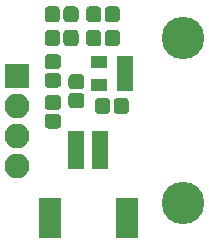
<source format=gbr>
G04 #@! TF.GenerationSoftware,KiCad,Pcbnew,(5.0.0-3-g5ebb6b6)*
G04 #@! TF.CreationDate,2020-02-18T17:20:26-05:00*
G04 #@! TF.ProjectId,Project,50726F6A6563742E6B696361645F7063,rev?*
G04 #@! TF.SameCoordinates,Original*
G04 #@! TF.FileFunction,Soldermask,Top*
G04 #@! TF.FilePolarity,Negative*
%FSLAX46Y46*%
G04 Gerber Fmt 4.6, Leading zero omitted, Abs format (unit mm)*
G04 Created by KiCad (PCBNEW (5.0.0-3-g5ebb6b6)) date Tuesday, February 18, 2020 at 05:20:26 PM*
%MOMM*%
%LPD*%
G01*
G04 APERTURE LIST*
%ADD10R,1.900000X3.400000*%
%ADD11R,1.400000X3.200000*%
%ADD12C,0.100000*%
%ADD13C,1.275000*%
%ADD14R,1.460000X1.050000*%
%ADD15R,2.100000X2.100000*%
%ADD16O,2.100000X2.100000*%
%ADD17C,3.600000*%
G04 APERTURE END LIST*
D10*
G04 #@! TO.C,JSTPH1*
X109250000Y-113250000D03*
X102750000Y-113250000D03*
D11*
X107000000Y-107500000D03*
X105000000Y-107500000D03*
G04 #@! TD*
D12*
G04 #@! TO.C,C1*
G36*
X103387493Y-100939035D02*
X103418435Y-100943625D01*
X103448778Y-100951225D01*
X103478230Y-100961763D01*
X103506508Y-100975138D01*
X103533338Y-100991219D01*
X103558463Y-101009853D01*
X103581640Y-101030860D01*
X103602647Y-101054037D01*
X103621281Y-101079162D01*
X103637362Y-101105992D01*
X103650737Y-101134270D01*
X103661275Y-101163722D01*
X103668875Y-101194065D01*
X103673465Y-101225007D01*
X103675000Y-101256250D01*
X103675000Y-101893750D01*
X103673465Y-101924993D01*
X103668875Y-101955935D01*
X103661275Y-101986278D01*
X103650737Y-102015730D01*
X103637362Y-102044008D01*
X103621281Y-102070838D01*
X103602647Y-102095963D01*
X103581640Y-102119140D01*
X103558463Y-102140147D01*
X103533338Y-102158781D01*
X103506508Y-102174862D01*
X103478230Y-102188237D01*
X103448778Y-102198775D01*
X103418435Y-102206375D01*
X103387493Y-102210965D01*
X103356250Y-102212500D01*
X102643750Y-102212500D01*
X102612507Y-102210965D01*
X102581565Y-102206375D01*
X102551222Y-102198775D01*
X102521770Y-102188237D01*
X102493492Y-102174862D01*
X102466662Y-102158781D01*
X102441537Y-102140147D01*
X102418360Y-102119140D01*
X102397353Y-102095963D01*
X102378719Y-102070838D01*
X102362638Y-102044008D01*
X102349263Y-102015730D01*
X102338725Y-101986278D01*
X102331125Y-101955935D01*
X102326535Y-101924993D01*
X102325000Y-101893750D01*
X102325000Y-101256250D01*
X102326535Y-101225007D01*
X102331125Y-101194065D01*
X102338725Y-101163722D01*
X102349263Y-101134270D01*
X102362638Y-101105992D01*
X102378719Y-101079162D01*
X102397353Y-101054037D01*
X102418360Y-101030860D01*
X102441537Y-101009853D01*
X102466662Y-100991219D01*
X102493492Y-100975138D01*
X102521770Y-100961763D01*
X102551222Y-100951225D01*
X102581565Y-100943625D01*
X102612507Y-100939035D01*
X102643750Y-100937500D01*
X103356250Y-100937500D01*
X103387493Y-100939035D01*
X103387493Y-100939035D01*
G37*
D13*
X103000000Y-101575000D03*
D12*
G36*
X103387493Y-99364035D02*
X103418435Y-99368625D01*
X103448778Y-99376225D01*
X103478230Y-99386763D01*
X103506508Y-99400138D01*
X103533338Y-99416219D01*
X103558463Y-99434853D01*
X103581640Y-99455860D01*
X103602647Y-99479037D01*
X103621281Y-99504162D01*
X103637362Y-99530992D01*
X103650737Y-99559270D01*
X103661275Y-99588722D01*
X103668875Y-99619065D01*
X103673465Y-99650007D01*
X103675000Y-99681250D01*
X103675000Y-100318750D01*
X103673465Y-100349993D01*
X103668875Y-100380935D01*
X103661275Y-100411278D01*
X103650737Y-100440730D01*
X103637362Y-100469008D01*
X103621281Y-100495838D01*
X103602647Y-100520963D01*
X103581640Y-100544140D01*
X103558463Y-100565147D01*
X103533338Y-100583781D01*
X103506508Y-100599862D01*
X103478230Y-100613237D01*
X103448778Y-100623775D01*
X103418435Y-100631375D01*
X103387493Y-100635965D01*
X103356250Y-100637500D01*
X102643750Y-100637500D01*
X102612507Y-100635965D01*
X102581565Y-100631375D01*
X102551222Y-100623775D01*
X102521770Y-100613237D01*
X102493492Y-100599862D01*
X102466662Y-100583781D01*
X102441537Y-100565147D01*
X102418360Y-100544140D01*
X102397353Y-100520963D01*
X102378719Y-100495838D01*
X102362638Y-100469008D01*
X102349263Y-100440730D01*
X102338725Y-100411278D01*
X102331125Y-100380935D01*
X102326535Y-100349993D01*
X102325000Y-100318750D01*
X102325000Y-99681250D01*
X102326535Y-99650007D01*
X102331125Y-99619065D01*
X102338725Y-99588722D01*
X102349263Y-99559270D01*
X102362638Y-99530992D01*
X102378719Y-99504162D01*
X102397353Y-99479037D01*
X102418360Y-99455860D01*
X102441537Y-99434853D01*
X102466662Y-99416219D01*
X102493492Y-99400138D01*
X102521770Y-99386763D01*
X102551222Y-99376225D01*
X102581565Y-99368625D01*
X102612507Y-99364035D01*
X102643750Y-99362500D01*
X103356250Y-99362500D01*
X103387493Y-99364035D01*
X103387493Y-99364035D01*
G37*
D13*
X103000000Y-100000000D03*
G04 #@! TD*
D12*
G04 #@! TO.C,C2*
G36*
X103387493Y-102826535D02*
X103418435Y-102831125D01*
X103448778Y-102838725D01*
X103478230Y-102849263D01*
X103506508Y-102862638D01*
X103533338Y-102878719D01*
X103558463Y-102897353D01*
X103581640Y-102918360D01*
X103602647Y-102941537D01*
X103621281Y-102966662D01*
X103637362Y-102993492D01*
X103650737Y-103021770D01*
X103661275Y-103051222D01*
X103668875Y-103081565D01*
X103673465Y-103112507D01*
X103675000Y-103143750D01*
X103675000Y-103781250D01*
X103673465Y-103812493D01*
X103668875Y-103843435D01*
X103661275Y-103873778D01*
X103650737Y-103903230D01*
X103637362Y-103931508D01*
X103621281Y-103958338D01*
X103602647Y-103983463D01*
X103581640Y-104006640D01*
X103558463Y-104027647D01*
X103533338Y-104046281D01*
X103506508Y-104062362D01*
X103478230Y-104075737D01*
X103448778Y-104086275D01*
X103418435Y-104093875D01*
X103387493Y-104098465D01*
X103356250Y-104100000D01*
X102643750Y-104100000D01*
X102612507Y-104098465D01*
X102581565Y-104093875D01*
X102551222Y-104086275D01*
X102521770Y-104075737D01*
X102493492Y-104062362D01*
X102466662Y-104046281D01*
X102441537Y-104027647D01*
X102418360Y-104006640D01*
X102397353Y-103983463D01*
X102378719Y-103958338D01*
X102362638Y-103931508D01*
X102349263Y-103903230D01*
X102338725Y-103873778D01*
X102331125Y-103843435D01*
X102326535Y-103812493D01*
X102325000Y-103781250D01*
X102325000Y-103143750D01*
X102326535Y-103112507D01*
X102331125Y-103081565D01*
X102338725Y-103051222D01*
X102349263Y-103021770D01*
X102362638Y-102993492D01*
X102378719Y-102966662D01*
X102397353Y-102941537D01*
X102418360Y-102918360D01*
X102441537Y-102897353D01*
X102466662Y-102878719D01*
X102493492Y-102862638D01*
X102521770Y-102849263D01*
X102551222Y-102838725D01*
X102581565Y-102831125D01*
X102612507Y-102826535D01*
X102643750Y-102825000D01*
X103356250Y-102825000D01*
X103387493Y-102826535D01*
X103387493Y-102826535D01*
G37*
D13*
X103000000Y-103462500D03*
D12*
G36*
X103387493Y-104401535D02*
X103418435Y-104406125D01*
X103448778Y-104413725D01*
X103478230Y-104424263D01*
X103506508Y-104437638D01*
X103533338Y-104453719D01*
X103558463Y-104472353D01*
X103581640Y-104493360D01*
X103602647Y-104516537D01*
X103621281Y-104541662D01*
X103637362Y-104568492D01*
X103650737Y-104596770D01*
X103661275Y-104626222D01*
X103668875Y-104656565D01*
X103673465Y-104687507D01*
X103675000Y-104718750D01*
X103675000Y-105356250D01*
X103673465Y-105387493D01*
X103668875Y-105418435D01*
X103661275Y-105448778D01*
X103650737Y-105478230D01*
X103637362Y-105506508D01*
X103621281Y-105533338D01*
X103602647Y-105558463D01*
X103581640Y-105581640D01*
X103558463Y-105602647D01*
X103533338Y-105621281D01*
X103506508Y-105637362D01*
X103478230Y-105650737D01*
X103448778Y-105661275D01*
X103418435Y-105668875D01*
X103387493Y-105673465D01*
X103356250Y-105675000D01*
X102643750Y-105675000D01*
X102612507Y-105673465D01*
X102581565Y-105668875D01*
X102551222Y-105661275D01*
X102521770Y-105650737D01*
X102493492Y-105637362D01*
X102466662Y-105621281D01*
X102441537Y-105602647D01*
X102418360Y-105581640D01*
X102397353Y-105558463D01*
X102378719Y-105533338D01*
X102362638Y-105506508D01*
X102349263Y-105478230D01*
X102338725Y-105448778D01*
X102331125Y-105418435D01*
X102326535Y-105387493D01*
X102325000Y-105356250D01*
X102325000Y-104718750D01*
X102326535Y-104687507D01*
X102331125Y-104656565D01*
X102338725Y-104626222D01*
X102349263Y-104596770D01*
X102362638Y-104568492D01*
X102378719Y-104541662D01*
X102397353Y-104516537D01*
X102418360Y-104493360D01*
X102441537Y-104472353D01*
X102466662Y-104453719D01*
X102493492Y-104437638D01*
X102521770Y-104424263D01*
X102551222Y-104413725D01*
X102581565Y-104406125D01*
X102612507Y-104401535D01*
X102643750Y-104400000D01*
X103356250Y-104400000D01*
X103387493Y-104401535D01*
X103387493Y-104401535D01*
G37*
D13*
X103000000Y-105037500D03*
G04 #@! TD*
D14*
G04 #@! TO.C,CGU1*
X109100000Y-101950000D03*
X109100000Y-101000000D03*
X109100000Y-100050000D03*
X106900000Y-100050000D03*
X106900000Y-101950000D03*
G04 #@! TD*
D12*
G04 #@! TO.C,D2*
G36*
X103312493Y-97326535D02*
X103343435Y-97331125D01*
X103373778Y-97338725D01*
X103403230Y-97349263D01*
X103431508Y-97362638D01*
X103458338Y-97378719D01*
X103483463Y-97397353D01*
X103506640Y-97418360D01*
X103527647Y-97441537D01*
X103546281Y-97466662D01*
X103562362Y-97493492D01*
X103575737Y-97521770D01*
X103586275Y-97551222D01*
X103593875Y-97581565D01*
X103598465Y-97612507D01*
X103600000Y-97643750D01*
X103600000Y-98356250D01*
X103598465Y-98387493D01*
X103593875Y-98418435D01*
X103586275Y-98448778D01*
X103575737Y-98478230D01*
X103562362Y-98506508D01*
X103546281Y-98533338D01*
X103527647Y-98558463D01*
X103506640Y-98581640D01*
X103483463Y-98602647D01*
X103458338Y-98621281D01*
X103431508Y-98637362D01*
X103403230Y-98650737D01*
X103373778Y-98661275D01*
X103343435Y-98668875D01*
X103312493Y-98673465D01*
X103281250Y-98675000D01*
X102643750Y-98675000D01*
X102612507Y-98673465D01*
X102581565Y-98668875D01*
X102551222Y-98661275D01*
X102521770Y-98650737D01*
X102493492Y-98637362D01*
X102466662Y-98621281D01*
X102441537Y-98602647D01*
X102418360Y-98581640D01*
X102397353Y-98558463D01*
X102378719Y-98533338D01*
X102362638Y-98506508D01*
X102349263Y-98478230D01*
X102338725Y-98448778D01*
X102331125Y-98418435D01*
X102326535Y-98387493D01*
X102325000Y-98356250D01*
X102325000Y-97643750D01*
X102326535Y-97612507D01*
X102331125Y-97581565D01*
X102338725Y-97551222D01*
X102349263Y-97521770D01*
X102362638Y-97493492D01*
X102378719Y-97466662D01*
X102397353Y-97441537D01*
X102418360Y-97418360D01*
X102441537Y-97397353D01*
X102466662Y-97378719D01*
X102493492Y-97362638D01*
X102521770Y-97349263D01*
X102551222Y-97338725D01*
X102581565Y-97331125D01*
X102612507Y-97326535D01*
X102643750Y-97325000D01*
X103281250Y-97325000D01*
X103312493Y-97326535D01*
X103312493Y-97326535D01*
G37*
D13*
X102962500Y-98000000D03*
D12*
G36*
X104887493Y-97326535D02*
X104918435Y-97331125D01*
X104948778Y-97338725D01*
X104978230Y-97349263D01*
X105006508Y-97362638D01*
X105033338Y-97378719D01*
X105058463Y-97397353D01*
X105081640Y-97418360D01*
X105102647Y-97441537D01*
X105121281Y-97466662D01*
X105137362Y-97493492D01*
X105150737Y-97521770D01*
X105161275Y-97551222D01*
X105168875Y-97581565D01*
X105173465Y-97612507D01*
X105175000Y-97643750D01*
X105175000Y-98356250D01*
X105173465Y-98387493D01*
X105168875Y-98418435D01*
X105161275Y-98448778D01*
X105150737Y-98478230D01*
X105137362Y-98506508D01*
X105121281Y-98533338D01*
X105102647Y-98558463D01*
X105081640Y-98581640D01*
X105058463Y-98602647D01*
X105033338Y-98621281D01*
X105006508Y-98637362D01*
X104978230Y-98650737D01*
X104948778Y-98661275D01*
X104918435Y-98668875D01*
X104887493Y-98673465D01*
X104856250Y-98675000D01*
X104218750Y-98675000D01*
X104187507Y-98673465D01*
X104156565Y-98668875D01*
X104126222Y-98661275D01*
X104096770Y-98650737D01*
X104068492Y-98637362D01*
X104041662Y-98621281D01*
X104016537Y-98602647D01*
X103993360Y-98581640D01*
X103972353Y-98558463D01*
X103953719Y-98533338D01*
X103937638Y-98506508D01*
X103924263Y-98478230D01*
X103913725Y-98448778D01*
X103906125Y-98418435D01*
X103901535Y-98387493D01*
X103900000Y-98356250D01*
X103900000Y-97643750D01*
X103901535Y-97612507D01*
X103906125Y-97581565D01*
X103913725Y-97551222D01*
X103924263Y-97521770D01*
X103937638Y-97493492D01*
X103953719Y-97466662D01*
X103972353Y-97441537D01*
X103993360Y-97418360D01*
X104016537Y-97397353D01*
X104041662Y-97378719D01*
X104068492Y-97362638D01*
X104096770Y-97349263D01*
X104126222Y-97338725D01*
X104156565Y-97331125D01*
X104187507Y-97326535D01*
X104218750Y-97325000D01*
X104856250Y-97325000D01*
X104887493Y-97326535D01*
X104887493Y-97326535D01*
G37*
D13*
X104537500Y-98000000D03*
G04 #@! TD*
D15*
G04 #@! TO.C,J1*
X100000000Y-101250000D03*
D16*
X100000000Y-103790000D03*
X100000000Y-106330000D03*
X100000000Y-108870000D03*
G04 #@! TD*
D12*
G04 #@! TO.C,R2*
G36*
X108387493Y-97326535D02*
X108418435Y-97331125D01*
X108448778Y-97338725D01*
X108478230Y-97349263D01*
X108506508Y-97362638D01*
X108533338Y-97378719D01*
X108558463Y-97397353D01*
X108581640Y-97418360D01*
X108602647Y-97441537D01*
X108621281Y-97466662D01*
X108637362Y-97493492D01*
X108650737Y-97521770D01*
X108661275Y-97551222D01*
X108668875Y-97581565D01*
X108673465Y-97612507D01*
X108675000Y-97643750D01*
X108675000Y-98356250D01*
X108673465Y-98387493D01*
X108668875Y-98418435D01*
X108661275Y-98448778D01*
X108650737Y-98478230D01*
X108637362Y-98506508D01*
X108621281Y-98533338D01*
X108602647Y-98558463D01*
X108581640Y-98581640D01*
X108558463Y-98602647D01*
X108533338Y-98621281D01*
X108506508Y-98637362D01*
X108478230Y-98650737D01*
X108448778Y-98661275D01*
X108418435Y-98668875D01*
X108387493Y-98673465D01*
X108356250Y-98675000D01*
X107718750Y-98675000D01*
X107687507Y-98673465D01*
X107656565Y-98668875D01*
X107626222Y-98661275D01*
X107596770Y-98650737D01*
X107568492Y-98637362D01*
X107541662Y-98621281D01*
X107516537Y-98602647D01*
X107493360Y-98581640D01*
X107472353Y-98558463D01*
X107453719Y-98533338D01*
X107437638Y-98506508D01*
X107424263Y-98478230D01*
X107413725Y-98448778D01*
X107406125Y-98418435D01*
X107401535Y-98387493D01*
X107400000Y-98356250D01*
X107400000Y-97643750D01*
X107401535Y-97612507D01*
X107406125Y-97581565D01*
X107413725Y-97551222D01*
X107424263Y-97521770D01*
X107437638Y-97493492D01*
X107453719Y-97466662D01*
X107472353Y-97441537D01*
X107493360Y-97418360D01*
X107516537Y-97397353D01*
X107541662Y-97378719D01*
X107568492Y-97362638D01*
X107596770Y-97349263D01*
X107626222Y-97338725D01*
X107656565Y-97331125D01*
X107687507Y-97326535D01*
X107718750Y-97325000D01*
X108356250Y-97325000D01*
X108387493Y-97326535D01*
X108387493Y-97326535D01*
G37*
D13*
X108037500Y-98000000D03*
D12*
G36*
X106812493Y-97326535D02*
X106843435Y-97331125D01*
X106873778Y-97338725D01*
X106903230Y-97349263D01*
X106931508Y-97362638D01*
X106958338Y-97378719D01*
X106983463Y-97397353D01*
X107006640Y-97418360D01*
X107027647Y-97441537D01*
X107046281Y-97466662D01*
X107062362Y-97493492D01*
X107075737Y-97521770D01*
X107086275Y-97551222D01*
X107093875Y-97581565D01*
X107098465Y-97612507D01*
X107100000Y-97643750D01*
X107100000Y-98356250D01*
X107098465Y-98387493D01*
X107093875Y-98418435D01*
X107086275Y-98448778D01*
X107075737Y-98478230D01*
X107062362Y-98506508D01*
X107046281Y-98533338D01*
X107027647Y-98558463D01*
X107006640Y-98581640D01*
X106983463Y-98602647D01*
X106958338Y-98621281D01*
X106931508Y-98637362D01*
X106903230Y-98650737D01*
X106873778Y-98661275D01*
X106843435Y-98668875D01*
X106812493Y-98673465D01*
X106781250Y-98675000D01*
X106143750Y-98675000D01*
X106112507Y-98673465D01*
X106081565Y-98668875D01*
X106051222Y-98661275D01*
X106021770Y-98650737D01*
X105993492Y-98637362D01*
X105966662Y-98621281D01*
X105941537Y-98602647D01*
X105918360Y-98581640D01*
X105897353Y-98558463D01*
X105878719Y-98533338D01*
X105862638Y-98506508D01*
X105849263Y-98478230D01*
X105838725Y-98448778D01*
X105831125Y-98418435D01*
X105826535Y-98387493D01*
X105825000Y-98356250D01*
X105825000Y-97643750D01*
X105826535Y-97612507D01*
X105831125Y-97581565D01*
X105838725Y-97551222D01*
X105849263Y-97521770D01*
X105862638Y-97493492D01*
X105878719Y-97466662D01*
X105897353Y-97441537D01*
X105918360Y-97418360D01*
X105941537Y-97397353D01*
X105966662Y-97378719D01*
X105993492Y-97362638D01*
X106021770Y-97349263D01*
X106051222Y-97338725D01*
X106081565Y-97331125D01*
X106112507Y-97326535D01*
X106143750Y-97325000D01*
X106781250Y-97325000D01*
X106812493Y-97326535D01*
X106812493Y-97326535D01*
G37*
D13*
X106462500Y-98000000D03*
G04 #@! TD*
D12*
G04 #@! TO.C,R3*
G36*
X106812493Y-95326535D02*
X106843435Y-95331125D01*
X106873778Y-95338725D01*
X106903230Y-95349263D01*
X106931508Y-95362638D01*
X106958338Y-95378719D01*
X106983463Y-95397353D01*
X107006640Y-95418360D01*
X107027647Y-95441537D01*
X107046281Y-95466662D01*
X107062362Y-95493492D01*
X107075737Y-95521770D01*
X107086275Y-95551222D01*
X107093875Y-95581565D01*
X107098465Y-95612507D01*
X107100000Y-95643750D01*
X107100000Y-96356250D01*
X107098465Y-96387493D01*
X107093875Y-96418435D01*
X107086275Y-96448778D01*
X107075737Y-96478230D01*
X107062362Y-96506508D01*
X107046281Y-96533338D01*
X107027647Y-96558463D01*
X107006640Y-96581640D01*
X106983463Y-96602647D01*
X106958338Y-96621281D01*
X106931508Y-96637362D01*
X106903230Y-96650737D01*
X106873778Y-96661275D01*
X106843435Y-96668875D01*
X106812493Y-96673465D01*
X106781250Y-96675000D01*
X106143750Y-96675000D01*
X106112507Y-96673465D01*
X106081565Y-96668875D01*
X106051222Y-96661275D01*
X106021770Y-96650737D01*
X105993492Y-96637362D01*
X105966662Y-96621281D01*
X105941537Y-96602647D01*
X105918360Y-96581640D01*
X105897353Y-96558463D01*
X105878719Y-96533338D01*
X105862638Y-96506508D01*
X105849263Y-96478230D01*
X105838725Y-96448778D01*
X105831125Y-96418435D01*
X105826535Y-96387493D01*
X105825000Y-96356250D01*
X105825000Y-95643750D01*
X105826535Y-95612507D01*
X105831125Y-95581565D01*
X105838725Y-95551222D01*
X105849263Y-95521770D01*
X105862638Y-95493492D01*
X105878719Y-95466662D01*
X105897353Y-95441537D01*
X105918360Y-95418360D01*
X105941537Y-95397353D01*
X105966662Y-95378719D01*
X105993492Y-95362638D01*
X106021770Y-95349263D01*
X106051222Y-95338725D01*
X106081565Y-95331125D01*
X106112507Y-95326535D01*
X106143750Y-95325000D01*
X106781250Y-95325000D01*
X106812493Y-95326535D01*
X106812493Y-95326535D01*
G37*
D13*
X106462500Y-96000000D03*
D12*
G36*
X108387493Y-95326535D02*
X108418435Y-95331125D01*
X108448778Y-95338725D01*
X108478230Y-95349263D01*
X108506508Y-95362638D01*
X108533338Y-95378719D01*
X108558463Y-95397353D01*
X108581640Y-95418360D01*
X108602647Y-95441537D01*
X108621281Y-95466662D01*
X108637362Y-95493492D01*
X108650737Y-95521770D01*
X108661275Y-95551222D01*
X108668875Y-95581565D01*
X108673465Y-95612507D01*
X108675000Y-95643750D01*
X108675000Y-96356250D01*
X108673465Y-96387493D01*
X108668875Y-96418435D01*
X108661275Y-96448778D01*
X108650737Y-96478230D01*
X108637362Y-96506508D01*
X108621281Y-96533338D01*
X108602647Y-96558463D01*
X108581640Y-96581640D01*
X108558463Y-96602647D01*
X108533338Y-96621281D01*
X108506508Y-96637362D01*
X108478230Y-96650737D01*
X108448778Y-96661275D01*
X108418435Y-96668875D01*
X108387493Y-96673465D01*
X108356250Y-96675000D01*
X107718750Y-96675000D01*
X107687507Y-96673465D01*
X107656565Y-96668875D01*
X107626222Y-96661275D01*
X107596770Y-96650737D01*
X107568492Y-96637362D01*
X107541662Y-96621281D01*
X107516537Y-96602647D01*
X107493360Y-96581640D01*
X107472353Y-96558463D01*
X107453719Y-96533338D01*
X107437638Y-96506508D01*
X107424263Y-96478230D01*
X107413725Y-96448778D01*
X107406125Y-96418435D01*
X107401535Y-96387493D01*
X107400000Y-96356250D01*
X107400000Y-95643750D01*
X107401535Y-95612507D01*
X107406125Y-95581565D01*
X107413725Y-95551222D01*
X107424263Y-95521770D01*
X107437638Y-95493492D01*
X107453719Y-95466662D01*
X107472353Y-95441537D01*
X107493360Y-95418360D01*
X107516537Y-95397353D01*
X107541662Y-95378719D01*
X107568492Y-95362638D01*
X107596770Y-95349263D01*
X107626222Y-95338725D01*
X107656565Y-95331125D01*
X107687507Y-95326535D01*
X107718750Y-95325000D01*
X108356250Y-95325000D01*
X108387493Y-95326535D01*
X108387493Y-95326535D01*
G37*
D13*
X108037500Y-96000000D03*
G04 #@! TD*
D12*
G04 #@! TO.C,RREF1*
G36*
X109137493Y-103076535D02*
X109168435Y-103081125D01*
X109198778Y-103088725D01*
X109228230Y-103099263D01*
X109256508Y-103112638D01*
X109283338Y-103128719D01*
X109308463Y-103147353D01*
X109331640Y-103168360D01*
X109352647Y-103191537D01*
X109371281Y-103216662D01*
X109387362Y-103243492D01*
X109400737Y-103271770D01*
X109411275Y-103301222D01*
X109418875Y-103331565D01*
X109423465Y-103362507D01*
X109425000Y-103393750D01*
X109425000Y-104106250D01*
X109423465Y-104137493D01*
X109418875Y-104168435D01*
X109411275Y-104198778D01*
X109400737Y-104228230D01*
X109387362Y-104256508D01*
X109371281Y-104283338D01*
X109352647Y-104308463D01*
X109331640Y-104331640D01*
X109308463Y-104352647D01*
X109283338Y-104371281D01*
X109256508Y-104387362D01*
X109228230Y-104400737D01*
X109198778Y-104411275D01*
X109168435Y-104418875D01*
X109137493Y-104423465D01*
X109106250Y-104425000D01*
X108468750Y-104425000D01*
X108437507Y-104423465D01*
X108406565Y-104418875D01*
X108376222Y-104411275D01*
X108346770Y-104400737D01*
X108318492Y-104387362D01*
X108291662Y-104371281D01*
X108266537Y-104352647D01*
X108243360Y-104331640D01*
X108222353Y-104308463D01*
X108203719Y-104283338D01*
X108187638Y-104256508D01*
X108174263Y-104228230D01*
X108163725Y-104198778D01*
X108156125Y-104168435D01*
X108151535Y-104137493D01*
X108150000Y-104106250D01*
X108150000Y-103393750D01*
X108151535Y-103362507D01*
X108156125Y-103331565D01*
X108163725Y-103301222D01*
X108174263Y-103271770D01*
X108187638Y-103243492D01*
X108203719Y-103216662D01*
X108222353Y-103191537D01*
X108243360Y-103168360D01*
X108266537Y-103147353D01*
X108291662Y-103128719D01*
X108318492Y-103112638D01*
X108346770Y-103099263D01*
X108376222Y-103088725D01*
X108406565Y-103081125D01*
X108437507Y-103076535D01*
X108468750Y-103075000D01*
X109106250Y-103075000D01*
X109137493Y-103076535D01*
X109137493Y-103076535D01*
G37*
D13*
X108787500Y-103750000D03*
D12*
G36*
X107562493Y-103076535D02*
X107593435Y-103081125D01*
X107623778Y-103088725D01*
X107653230Y-103099263D01*
X107681508Y-103112638D01*
X107708338Y-103128719D01*
X107733463Y-103147353D01*
X107756640Y-103168360D01*
X107777647Y-103191537D01*
X107796281Y-103216662D01*
X107812362Y-103243492D01*
X107825737Y-103271770D01*
X107836275Y-103301222D01*
X107843875Y-103331565D01*
X107848465Y-103362507D01*
X107850000Y-103393750D01*
X107850000Y-104106250D01*
X107848465Y-104137493D01*
X107843875Y-104168435D01*
X107836275Y-104198778D01*
X107825737Y-104228230D01*
X107812362Y-104256508D01*
X107796281Y-104283338D01*
X107777647Y-104308463D01*
X107756640Y-104331640D01*
X107733463Y-104352647D01*
X107708338Y-104371281D01*
X107681508Y-104387362D01*
X107653230Y-104400737D01*
X107623778Y-104411275D01*
X107593435Y-104418875D01*
X107562493Y-104423465D01*
X107531250Y-104425000D01*
X106893750Y-104425000D01*
X106862507Y-104423465D01*
X106831565Y-104418875D01*
X106801222Y-104411275D01*
X106771770Y-104400737D01*
X106743492Y-104387362D01*
X106716662Y-104371281D01*
X106691537Y-104352647D01*
X106668360Y-104331640D01*
X106647353Y-104308463D01*
X106628719Y-104283338D01*
X106612638Y-104256508D01*
X106599263Y-104228230D01*
X106588725Y-104198778D01*
X106581125Y-104168435D01*
X106576535Y-104137493D01*
X106575000Y-104106250D01*
X106575000Y-103393750D01*
X106576535Y-103362507D01*
X106581125Y-103331565D01*
X106588725Y-103301222D01*
X106599263Y-103271770D01*
X106612638Y-103243492D01*
X106628719Y-103216662D01*
X106647353Y-103191537D01*
X106668360Y-103168360D01*
X106691537Y-103147353D01*
X106716662Y-103128719D01*
X106743492Y-103112638D01*
X106771770Y-103099263D01*
X106801222Y-103088725D01*
X106831565Y-103081125D01*
X106862507Y-103076535D01*
X106893750Y-103075000D01*
X107531250Y-103075000D01*
X107562493Y-103076535D01*
X107562493Y-103076535D01*
G37*
D13*
X107212500Y-103750000D03*
G04 #@! TD*
D12*
G04 #@! TO.C,D1*
G36*
X105387493Y-102651535D02*
X105418435Y-102656125D01*
X105448778Y-102663725D01*
X105478230Y-102674263D01*
X105506508Y-102687638D01*
X105533338Y-102703719D01*
X105558463Y-102722353D01*
X105581640Y-102743360D01*
X105602647Y-102766537D01*
X105621281Y-102791662D01*
X105637362Y-102818492D01*
X105650737Y-102846770D01*
X105661275Y-102876222D01*
X105668875Y-102906565D01*
X105673465Y-102937507D01*
X105675000Y-102968750D01*
X105675000Y-103606250D01*
X105673465Y-103637493D01*
X105668875Y-103668435D01*
X105661275Y-103698778D01*
X105650737Y-103728230D01*
X105637362Y-103756508D01*
X105621281Y-103783338D01*
X105602647Y-103808463D01*
X105581640Y-103831640D01*
X105558463Y-103852647D01*
X105533338Y-103871281D01*
X105506508Y-103887362D01*
X105478230Y-103900737D01*
X105448778Y-103911275D01*
X105418435Y-103918875D01*
X105387493Y-103923465D01*
X105356250Y-103925000D01*
X104643750Y-103925000D01*
X104612507Y-103923465D01*
X104581565Y-103918875D01*
X104551222Y-103911275D01*
X104521770Y-103900737D01*
X104493492Y-103887362D01*
X104466662Y-103871281D01*
X104441537Y-103852647D01*
X104418360Y-103831640D01*
X104397353Y-103808463D01*
X104378719Y-103783338D01*
X104362638Y-103756508D01*
X104349263Y-103728230D01*
X104338725Y-103698778D01*
X104331125Y-103668435D01*
X104326535Y-103637493D01*
X104325000Y-103606250D01*
X104325000Y-102968750D01*
X104326535Y-102937507D01*
X104331125Y-102906565D01*
X104338725Y-102876222D01*
X104349263Y-102846770D01*
X104362638Y-102818492D01*
X104378719Y-102791662D01*
X104397353Y-102766537D01*
X104418360Y-102743360D01*
X104441537Y-102722353D01*
X104466662Y-102703719D01*
X104493492Y-102687638D01*
X104521770Y-102674263D01*
X104551222Y-102663725D01*
X104581565Y-102656125D01*
X104612507Y-102651535D01*
X104643750Y-102650000D01*
X105356250Y-102650000D01*
X105387493Y-102651535D01*
X105387493Y-102651535D01*
G37*
D13*
X105000000Y-103287500D03*
D12*
G36*
X105387493Y-101076535D02*
X105418435Y-101081125D01*
X105448778Y-101088725D01*
X105478230Y-101099263D01*
X105506508Y-101112638D01*
X105533338Y-101128719D01*
X105558463Y-101147353D01*
X105581640Y-101168360D01*
X105602647Y-101191537D01*
X105621281Y-101216662D01*
X105637362Y-101243492D01*
X105650737Y-101271770D01*
X105661275Y-101301222D01*
X105668875Y-101331565D01*
X105673465Y-101362507D01*
X105675000Y-101393750D01*
X105675000Y-102031250D01*
X105673465Y-102062493D01*
X105668875Y-102093435D01*
X105661275Y-102123778D01*
X105650737Y-102153230D01*
X105637362Y-102181508D01*
X105621281Y-102208338D01*
X105602647Y-102233463D01*
X105581640Y-102256640D01*
X105558463Y-102277647D01*
X105533338Y-102296281D01*
X105506508Y-102312362D01*
X105478230Y-102325737D01*
X105448778Y-102336275D01*
X105418435Y-102343875D01*
X105387493Y-102348465D01*
X105356250Y-102350000D01*
X104643750Y-102350000D01*
X104612507Y-102348465D01*
X104581565Y-102343875D01*
X104551222Y-102336275D01*
X104521770Y-102325737D01*
X104493492Y-102312362D01*
X104466662Y-102296281D01*
X104441537Y-102277647D01*
X104418360Y-102256640D01*
X104397353Y-102233463D01*
X104378719Y-102208338D01*
X104362638Y-102181508D01*
X104349263Y-102153230D01*
X104338725Y-102123778D01*
X104331125Y-102093435D01*
X104326535Y-102062493D01*
X104325000Y-102031250D01*
X104325000Y-101393750D01*
X104326535Y-101362507D01*
X104331125Y-101331565D01*
X104338725Y-101301222D01*
X104349263Y-101271770D01*
X104362638Y-101243492D01*
X104378719Y-101216662D01*
X104397353Y-101191537D01*
X104418360Y-101168360D01*
X104441537Y-101147353D01*
X104466662Y-101128719D01*
X104493492Y-101112638D01*
X104521770Y-101099263D01*
X104551222Y-101088725D01*
X104581565Y-101081125D01*
X104612507Y-101076535D01*
X104643750Y-101075000D01*
X105356250Y-101075000D01*
X105387493Y-101076535D01*
X105387493Y-101076535D01*
G37*
D13*
X105000000Y-101712500D03*
G04 #@! TD*
D12*
G04 #@! TO.C,D3*
G36*
X103312493Y-95326535D02*
X103343435Y-95331125D01*
X103373778Y-95338725D01*
X103403230Y-95349263D01*
X103431508Y-95362638D01*
X103458338Y-95378719D01*
X103483463Y-95397353D01*
X103506640Y-95418360D01*
X103527647Y-95441537D01*
X103546281Y-95466662D01*
X103562362Y-95493492D01*
X103575737Y-95521770D01*
X103586275Y-95551222D01*
X103593875Y-95581565D01*
X103598465Y-95612507D01*
X103600000Y-95643750D01*
X103600000Y-96356250D01*
X103598465Y-96387493D01*
X103593875Y-96418435D01*
X103586275Y-96448778D01*
X103575737Y-96478230D01*
X103562362Y-96506508D01*
X103546281Y-96533338D01*
X103527647Y-96558463D01*
X103506640Y-96581640D01*
X103483463Y-96602647D01*
X103458338Y-96621281D01*
X103431508Y-96637362D01*
X103403230Y-96650737D01*
X103373778Y-96661275D01*
X103343435Y-96668875D01*
X103312493Y-96673465D01*
X103281250Y-96675000D01*
X102643750Y-96675000D01*
X102612507Y-96673465D01*
X102581565Y-96668875D01*
X102551222Y-96661275D01*
X102521770Y-96650737D01*
X102493492Y-96637362D01*
X102466662Y-96621281D01*
X102441537Y-96602647D01*
X102418360Y-96581640D01*
X102397353Y-96558463D01*
X102378719Y-96533338D01*
X102362638Y-96506508D01*
X102349263Y-96478230D01*
X102338725Y-96448778D01*
X102331125Y-96418435D01*
X102326535Y-96387493D01*
X102325000Y-96356250D01*
X102325000Y-95643750D01*
X102326535Y-95612507D01*
X102331125Y-95581565D01*
X102338725Y-95551222D01*
X102349263Y-95521770D01*
X102362638Y-95493492D01*
X102378719Y-95466662D01*
X102397353Y-95441537D01*
X102418360Y-95418360D01*
X102441537Y-95397353D01*
X102466662Y-95378719D01*
X102493492Y-95362638D01*
X102521770Y-95349263D01*
X102551222Y-95338725D01*
X102581565Y-95331125D01*
X102612507Y-95326535D01*
X102643750Y-95325000D01*
X103281250Y-95325000D01*
X103312493Y-95326535D01*
X103312493Y-95326535D01*
G37*
D13*
X102962500Y-96000000D03*
D12*
G36*
X104887493Y-95326535D02*
X104918435Y-95331125D01*
X104948778Y-95338725D01*
X104978230Y-95349263D01*
X105006508Y-95362638D01*
X105033338Y-95378719D01*
X105058463Y-95397353D01*
X105081640Y-95418360D01*
X105102647Y-95441537D01*
X105121281Y-95466662D01*
X105137362Y-95493492D01*
X105150737Y-95521770D01*
X105161275Y-95551222D01*
X105168875Y-95581565D01*
X105173465Y-95612507D01*
X105175000Y-95643750D01*
X105175000Y-96356250D01*
X105173465Y-96387493D01*
X105168875Y-96418435D01*
X105161275Y-96448778D01*
X105150737Y-96478230D01*
X105137362Y-96506508D01*
X105121281Y-96533338D01*
X105102647Y-96558463D01*
X105081640Y-96581640D01*
X105058463Y-96602647D01*
X105033338Y-96621281D01*
X105006508Y-96637362D01*
X104978230Y-96650737D01*
X104948778Y-96661275D01*
X104918435Y-96668875D01*
X104887493Y-96673465D01*
X104856250Y-96675000D01*
X104218750Y-96675000D01*
X104187507Y-96673465D01*
X104156565Y-96668875D01*
X104126222Y-96661275D01*
X104096770Y-96650737D01*
X104068492Y-96637362D01*
X104041662Y-96621281D01*
X104016537Y-96602647D01*
X103993360Y-96581640D01*
X103972353Y-96558463D01*
X103953719Y-96533338D01*
X103937638Y-96506508D01*
X103924263Y-96478230D01*
X103913725Y-96448778D01*
X103906125Y-96418435D01*
X103901535Y-96387493D01*
X103900000Y-96356250D01*
X103900000Y-95643750D01*
X103901535Y-95612507D01*
X103906125Y-95581565D01*
X103913725Y-95551222D01*
X103924263Y-95521770D01*
X103937638Y-95493492D01*
X103953719Y-95466662D01*
X103972353Y-95441537D01*
X103993360Y-95418360D01*
X104016537Y-95397353D01*
X104041662Y-95378719D01*
X104068492Y-95362638D01*
X104096770Y-95349263D01*
X104126222Y-95338725D01*
X104156565Y-95331125D01*
X104187507Y-95326535D01*
X104218750Y-95325000D01*
X104856250Y-95325000D01*
X104887493Y-95326535D01*
X104887493Y-95326535D01*
G37*
D13*
X104537500Y-96000000D03*
G04 #@! TD*
D17*
G04 #@! TO.C,MH1*
X114000000Y-98000000D03*
G04 #@! TD*
G04 #@! TO.C,MH2*
X114000000Y-112000000D03*
G04 #@! TD*
M02*

</source>
